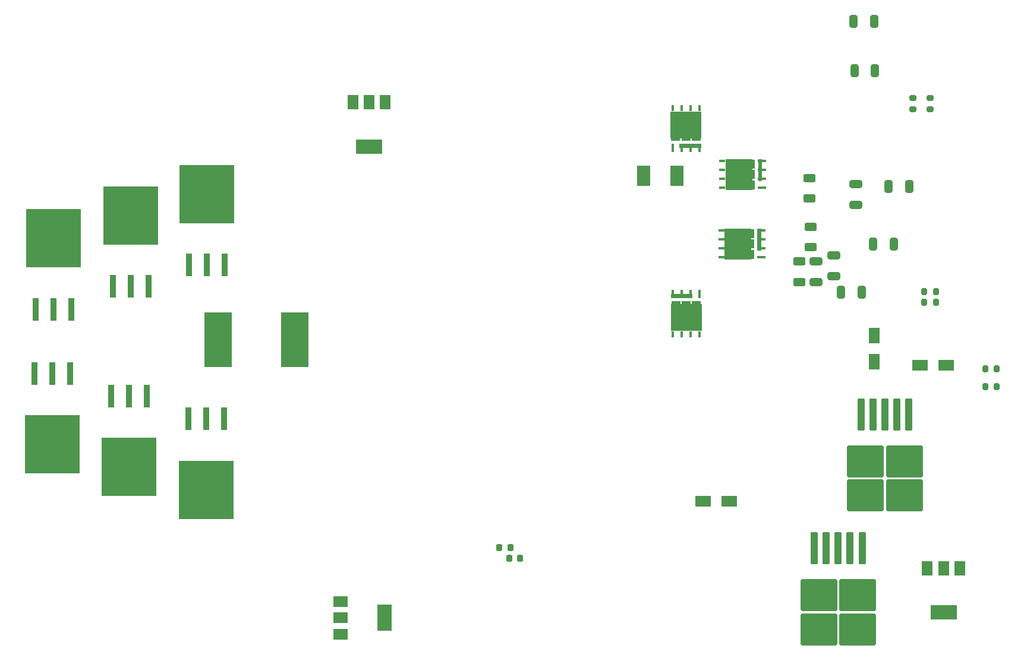
<source format=gbp>
G04 #@! TF.GenerationSoftware,KiCad,Pcbnew,7.0.1*
G04 #@! TF.CreationDate,2023-09-17T03:43:03-07:00*
G04 #@! TF.ProjectId,rps01,72707330-312e-46b6-9963-61645f706362,1*
G04 #@! TF.SameCoordinates,Original*
G04 #@! TF.FileFunction,Paste,Bot*
G04 #@! TF.FilePolarity,Positive*
%FSLAX46Y46*%
G04 Gerber Fmt 4.6, Leading zero omitted, Abs format (unit mm)*
G04 Created by KiCad (PCBNEW 7.0.1) date 2023-09-17 03:43:03*
%MOMM*%
%LPD*%
G01*
G04 APERTURE LIST*
G04 Aperture macros list*
%AMRoundRect*
0 Rectangle with rounded corners*
0 $1 Rounding radius*
0 $2 $3 $4 $5 $6 $7 $8 $9 X,Y pos of 4 corners*
0 Add a 4 corners polygon primitive as box body*
4,1,4,$2,$3,$4,$5,$6,$7,$8,$9,$2,$3,0*
0 Add four circle primitives for the rounded corners*
1,1,$1+$1,$2,$3*
1,1,$1+$1,$4,$5*
1,1,$1+$1,$6,$7*
1,1,$1+$1,$8,$9*
0 Add four rect primitives between the rounded corners*
20,1,$1+$1,$2,$3,$4,$5,0*
20,1,$1+$1,$4,$5,$6,$7,0*
20,1,$1+$1,$6,$7,$8,$9,0*
20,1,$1+$1,$8,$9,$2,$3,0*%
G04 Aperture macros list end*
%ADD10RoundRect,0.200000X0.200000X0.275000X-0.200000X0.275000X-0.200000X-0.275000X0.200000X-0.275000X0*%
%ADD11R,0.431800X1.143000*%
%ADD12R,0.431800X0.965200*%
%ADD13R,1.143000X0.431800*%
%ADD14R,0.965200X0.431800*%
%ADD15R,2.184400X1.625600*%
%ADD16RoundRect,0.250000X0.325000X0.650000X-0.325000X0.650000X-0.325000X-0.650000X0.325000X-0.650000X0*%
%ADD17R,0.812800X3.251200*%
%ADD18R,7.874000X8.305800*%
%ADD19RoundRect,0.200000X-0.200000X-0.275000X0.200000X-0.275000X0.200000X0.275000X-0.200000X0.275000X0*%
%ADD20RoundRect,0.200000X0.275000X-0.200000X0.275000X0.200000X-0.275000X0.200000X-0.275000X-0.200000X0*%
%ADD21R,1.500000X2.000000*%
%ADD22R,3.800000X2.000000*%
%ADD23R,2.000000X1.500000*%
%ADD24R,2.000000X3.800000*%
%ADD25RoundRect,0.250000X-0.625000X0.312500X-0.625000X-0.312500X0.625000X-0.312500X0.625000X0.312500X0*%
%ADD26RoundRect,0.225000X-0.225000X-0.250000X0.225000X-0.250000X0.225000X0.250000X-0.225000X0.250000X0*%
%ADD27RoundRect,0.225000X0.225000X0.250000X-0.225000X0.250000X-0.225000X-0.250000X0.225000X-0.250000X0*%
%ADD28RoundRect,0.200000X-0.275000X0.200000X-0.275000X-0.200000X0.275000X-0.200000X0.275000X0.200000X0*%
%ADD29RoundRect,0.250000X-0.300000X2.050000X-0.300000X-2.050000X0.300000X-2.050000X0.300000X2.050000X0*%
%ADD30RoundRect,0.250000X-2.375000X2.025000X-2.375000X-2.025000X2.375000X-2.025000X2.375000X2.025000X0*%
%ADD31RoundRect,0.250000X0.650000X-0.325000X0.650000X0.325000X-0.650000X0.325000X-0.650000X-0.325000X0*%
%ADD32R,1.917700X2.997200*%
%ADD33RoundRect,0.250000X-0.650000X0.325000X-0.650000X-0.325000X0.650000X-0.325000X0.650000X0.325000X0*%
%ADD34R,1.625600X2.184400*%
%ADD35R,4.000000X7.800000*%
%ADD36RoundRect,0.250000X0.625000X-0.312500X0.625000X0.312500X-0.625000X0.312500X-0.625000X-0.312500X0*%
G04 APERTURE END LIST*
G36*
X136297100Y-55005000D02*
G01*
X135032366Y-55005000D01*
X135032366Y-53935000D01*
X136297100Y-53935000D01*
X136297100Y-55005000D01*
G37*
G36*
X134832367Y-55005000D02*
G01*
X133567633Y-55005000D01*
X133567633Y-53935000D01*
X134832367Y-53935000D01*
X134832367Y-55005000D01*
G37*
G36*
X133367634Y-55005000D02*
G01*
X132102900Y-55005000D01*
X132102900Y-53935000D01*
X133367634Y-53935000D01*
X133367634Y-55005000D01*
G37*
G36*
X136297100Y-53735000D02*
G01*
X135032366Y-53735000D01*
X135032366Y-52665000D01*
X136297100Y-52665000D01*
X136297100Y-53735000D01*
G37*
G36*
X134832367Y-53735000D02*
G01*
X133567633Y-53735000D01*
X133567633Y-52665000D01*
X134832367Y-52665000D01*
X134832367Y-53735000D01*
G37*
G36*
X133367634Y-53735000D02*
G01*
X132102900Y-53735000D01*
X132102900Y-52665000D01*
X133367634Y-52665000D01*
X133367634Y-53735000D01*
G37*
G36*
X136297100Y-52465000D02*
G01*
X135032366Y-52465000D01*
X135032366Y-51395000D01*
X136297100Y-51395000D01*
X136297100Y-52465000D01*
G37*
G36*
X134832367Y-52465000D02*
G01*
X133567633Y-52465000D01*
X133567633Y-51395000D01*
X134832367Y-51395000D01*
X134832367Y-52465000D01*
G37*
G36*
X133367634Y-52465000D02*
G01*
X132102900Y-52465000D01*
X132102900Y-51395000D01*
X133367634Y-51395000D01*
X133367634Y-52465000D01*
G37*
G36*
X136397100Y-54597000D02*
G01*
X132002900Y-54597000D01*
X132002900Y-50787000D01*
X136397100Y-50787000D01*
X136397100Y-54597000D01*
G37*
G36*
X136371700Y-56019400D02*
G01*
X133298300Y-56019400D01*
X133298300Y-55435200D01*
X136371700Y-55435200D01*
X136371700Y-56019400D01*
G37*
G36*
X144055000Y-58967634D02*
G01*
X142985000Y-58967634D01*
X142985000Y-57702900D01*
X144055000Y-57702900D01*
X144055000Y-58967634D01*
G37*
G36*
X144055000Y-60432367D02*
G01*
X142985000Y-60432367D01*
X142985000Y-59167633D01*
X144055000Y-59167633D01*
X144055000Y-60432367D01*
G37*
G36*
X144055000Y-61897100D02*
G01*
X142985000Y-61897100D01*
X142985000Y-60632366D01*
X144055000Y-60632366D01*
X144055000Y-61897100D01*
G37*
G36*
X142785000Y-58967634D02*
G01*
X141715000Y-58967634D01*
X141715000Y-57702900D01*
X142785000Y-57702900D01*
X142785000Y-58967634D01*
G37*
G36*
X142785000Y-60432367D02*
G01*
X141715000Y-60432367D01*
X141715000Y-59167633D01*
X142785000Y-59167633D01*
X142785000Y-60432367D01*
G37*
G36*
X142785000Y-61897100D02*
G01*
X141715000Y-61897100D01*
X141715000Y-60632366D01*
X142785000Y-60632366D01*
X142785000Y-61897100D01*
G37*
G36*
X141515000Y-58967634D02*
G01*
X140445000Y-58967634D01*
X140445000Y-57702900D01*
X141515000Y-57702900D01*
X141515000Y-58967634D01*
G37*
G36*
X141515000Y-60432367D02*
G01*
X140445000Y-60432367D01*
X140445000Y-59167633D01*
X141515000Y-59167633D01*
X141515000Y-60432367D01*
G37*
G36*
X141515000Y-61897100D02*
G01*
X140445000Y-61897100D01*
X140445000Y-60632366D01*
X141515000Y-60632366D01*
X141515000Y-61897100D01*
G37*
G36*
X143647000Y-61997100D02*
G01*
X139837000Y-61997100D01*
X139837000Y-57602900D01*
X143647000Y-57602900D01*
X143647000Y-61997100D01*
G37*
G36*
X145069400Y-60701700D02*
G01*
X144485200Y-60701700D01*
X144485200Y-57628300D01*
X145069400Y-57628300D01*
X145069400Y-60701700D01*
G37*
G36*
X143955000Y-68867634D02*
G01*
X142885000Y-68867634D01*
X142885000Y-67602900D01*
X143955000Y-67602900D01*
X143955000Y-68867634D01*
G37*
G36*
X143955000Y-70332367D02*
G01*
X142885000Y-70332367D01*
X142885000Y-69067633D01*
X143955000Y-69067633D01*
X143955000Y-70332367D01*
G37*
G36*
X143955000Y-71797100D02*
G01*
X142885000Y-71797100D01*
X142885000Y-70532366D01*
X143955000Y-70532366D01*
X143955000Y-71797100D01*
G37*
G36*
X142685000Y-68867634D02*
G01*
X141615000Y-68867634D01*
X141615000Y-67602900D01*
X142685000Y-67602900D01*
X142685000Y-68867634D01*
G37*
G36*
X142685000Y-70332367D02*
G01*
X141615000Y-70332367D01*
X141615000Y-69067633D01*
X142685000Y-69067633D01*
X142685000Y-70332367D01*
G37*
G36*
X142685000Y-71797100D02*
G01*
X141615000Y-71797100D01*
X141615000Y-70532366D01*
X142685000Y-70532366D01*
X142685000Y-71797100D01*
G37*
G36*
X141415000Y-68867634D02*
G01*
X140345000Y-68867634D01*
X140345000Y-67602900D01*
X141415000Y-67602900D01*
X141415000Y-68867634D01*
G37*
G36*
X141415000Y-70332367D02*
G01*
X140345000Y-70332367D01*
X140345000Y-69067633D01*
X141415000Y-69067633D01*
X141415000Y-70332367D01*
G37*
G36*
X141415000Y-71797100D02*
G01*
X140345000Y-71797100D01*
X140345000Y-70532366D01*
X141415000Y-70532366D01*
X141415000Y-71797100D01*
G37*
G36*
X143547000Y-71897100D02*
G01*
X139737000Y-71897100D01*
X139737000Y-67502900D01*
X143547000Y-67502900D01*
X143547000Y-71897100D01*
G37*
G36*
X144969400Y-70601700D02*
G01*
X144385200Y-70601700D01*
X144385200Y-67528300D01*
X144969400Y-67528300D01*
X144969400Y-70601700D01*
G37*
G36*
X133417634Y-78915000D02*
G01*
X132152900Y-78915000D01*
X132152900Y-77845000D01*
X133417634Y-77845000D01*
X133417634Y-78915000D01*
G37*
G36*
X134882367Y-78915000D02*
G01*
X133617633Y-78915000D01*
X133617633Y-77845000D01*
X134882367Y-77845000D01*
X134882367Y-78915000D01*
G37*
G36*
X136347100Y-78915000D02*
G01*
X135082366Y-78915000D01*
X135082366Y-77845000D01*
X136347100Y-77845000D01*
X136347100Y-78915000D01*
G37*
G36*
X133417634Y-80185000D02*
G01*
X132152900Y-80185000D01*
X132152900Y-79115000D01*
X133417634Y-79115000D01*
X133417634Y-80185000D01*
G37*
G36*
X134882367Y-80185000D02*
G01*
X133617633Y-80185000D01*
X133617633Y-79115000D01*
X134882367Y-79115000D01*
X134882367Y-80185000D01*
G37*
G36*
X136347100Y-80185000D02*
G01*
X135082366Y-80185000D01*
X135082366Y-79115000D01*
X136347100Y-79115000D01*
X136347100Y-80185000D01*
G37*
G36*
X133417634Y-81455000D02*
G01*
X132152900Y-81455000D01*
X132152900Y-80385000D01*
X133417634Y-80385000D01*
X133417634Y-81455000D01*
G37*
G36*
X134882367Y-81455000D02*
G01*
X133617633Y-81455000D01*
X133617633Y-80385000D01*
X134882367Y-80385000D01*
X134882367Y-81455000D01*
G37*
G36*
X136347100Y-81455000D02*
G01*
X135082366Y-81455000D01*
X135082366Y-80385000D01*
X136347100Y-80385000D01*
X136347100Y-81455000D01*
G37*
G36*
X136447100Y-82063000D02*
G01*
X132052900Y-82063000D01*
X132052900Y-78253000D01*
X136447100Y-78253000D01*
X136447100Y-82063000D01*
G37*
G36*
X135151700Y-77414800D02*
G01*
X132078300Y-77414800D01*
X132078300Y-76830600D01*
X135151700Y-76830600D01*
X135151700Y-77414800D01*
G37*
D10*
X169825000Y-76500000D03*
X168175000Y-76500000D03*
D11*
X136105000Y-56006700D03*
X134835000Y-56006700D03*
X132295000Y-56006700D03*
D12*
X132295000Y-50304400D03*
X134835000Y-50304400D03*
D11*
X133565000Y-56006700D03*
D12*
X133565000Y-50304400D03*
X136105000Y-50304400D03*
D13*
X145056700Y-57895000D03*
X145056700Y-59165000D03*
X145056700Y-61705000D03*
D14*
X139354400Y-61705000D03*
X139354400Y-59165000D03*
D13*
X145056700Y-60435000D03*
D14*
X139354400Y-60435000D03*
X139354400Y-57895000D03*
D13*
X144956700Y-67795000D03*
X144956700Y-69065000D03*
X144956700Y-71605000D03*
D14*
X139254400Y-71605000D03*
X139254400Y-69065000D03*
D13*
X144956700Y-70335000D03*
D14*
X139254400Y-70335000D03*
X139254400Y-67795000D03*
D11*
X132345000Y-76843300D03*
X133615000Y-76843300D03*
X136155000Y-76843300D03*
D12*
X136155000Y-82545600D03*
X133615000Y-82545600D03*
D11*
X134885000Y-76843300D03*
D12*
X134885000Y-82545600D03*
X132345000Y-82545600D03*
D15*
X140368400Y-106350000D03*
X136660000Y-106350000D03*
D16*
X163800000Y-69700000D03*
X160850000Y-69700000D03*
D15*
X167550000Y-87000000D03*
X171258400Y-87000000D03*
D17*
X41359179Y-88153680D03*
X43899179Y-88153680D03*
X46439179Y-88153680D03*
D18*
X43899179Y-98275580D03*
D19*
X168175000Y-78040000D03*
X169825000Y-78040000D03*
D17*
X57664179Y-75748880D03*
X55124179Y-75748880D03*
X52584179Y-75748880D03*
D18*
X55124179Y-65626980D03*
D20*
X169010000Y-50500000D03*
X169010000Y-48850000D03*
D21*
X86774179Y-49501680D03*
X89074179Y-49501680D03*
D22*
X89074179Y-55801680D03*
D21*
X91374179Y-49501680D03*
D23*
X84974179Y-125301680D03*
X84974179Y-123001680D03*
D24*
X91274179Y-123001680D03*
D23*
X84974179Y-120701680D03*
D17*
X68514179Y-72698880D03*
X65974179Y-72698880D03*
X63434179Y-72698880D03*
D18*
X65974179Y-62576980D03*
D16*
X166000000Y-61500000D03*
X163050000Y-61500000D03*
D17*
X46639179Y-78999680D03*
X44099179Y-78999680D03*
X41559179Y-78999680D03*
D18*
X44099179Y-68877780D03*
D16*
X161050000Y-38000000D03*
X158100000Y-38000000D03*
D25*
X150400000Y-72200000D03*
X150400000Y-75125000D03*
D26*
X109049179Y-114500000D03*
X110599179Y-114500000D03*
D27*
X109199179Y-112976680D03*
X107649179Y-112976680D03*
D28*
X166500000Y-48850000D03*
X166500000Y-50500000D03*
D25*
X152000000Y-67237500D03*
X152000000Y-70162500D03*
D29*
X159175000Y-93975000D03*
X160875000Y-93975000D03*
X162575000Y-93975000D03*
D30*
X165350000Y-100700000D03*
X159800000Y-100700000D03*
X165350000Y-105550000D03*
X159800000Y-105550000D03*
D29*
X164275000Y-93975000D03*
X165975000Y-93975000D03*
D16*
X159250000Y-76600000D03*
X156300000Y-76600000D03*
D19*
X176850000Y-87490000D03*
X178500000Y-87490000D03*
D31*
X152700000Y-75150000D03*
X152700000Y-72200000D03*
D32*
X128162900Y-60000000D03*
X132900000Y-60000000D03*
D33*
X155300000Y-71350000D03*
X155300000Y-74300000D03*
D10*
X178500000Y-90000000D03*
X176850000Y-90000000D03*
D17*
X63359179Y-94628680D03*
X65899179Y-94628680D03*
X68439179Y-94628680D03*
D18*
X65899179Y-104750580D03*
D21*
X168599179Y-115926680D03*
X170899179Y-115926680D03*
D22*
X170899179Y-122226680D03*
D21*
X173199179Y-115926680D03*
D29*
X152500000Y-113050000D03*
X154200000Y-113050000D03*
X155900000Y-113050000D03*
D30*
X158675000Y-119775000D03*
X153125000Y-119775000D03*
X158675000Y-124625000D03*
X153125000Y-124625000D03*
D29*
X157600000Y-113050000D03*
X159300000Y-113050000D03*
D34*
X161000000Y-86454200D03*
X161000000Y-82745800D03*
D17*
X52334179Y-91354780D03*
X54874179Y-91354780D03*
X57414179Y-91354780D03*
D18*
X54874179Y-101476680D03*
D35*
X67524179Y-83351680D03*
X78524179Y-83351680D03*
D16*
X161150000Y-45000000D03*
X158200000Y-45000000D03*
D33*
X158400000Y-61150000D03*
X158400000Y-64100000D03*
D36*
X151800000Y-63200000D03*
X151800000Y-60275000D03*
M02*

</source>
